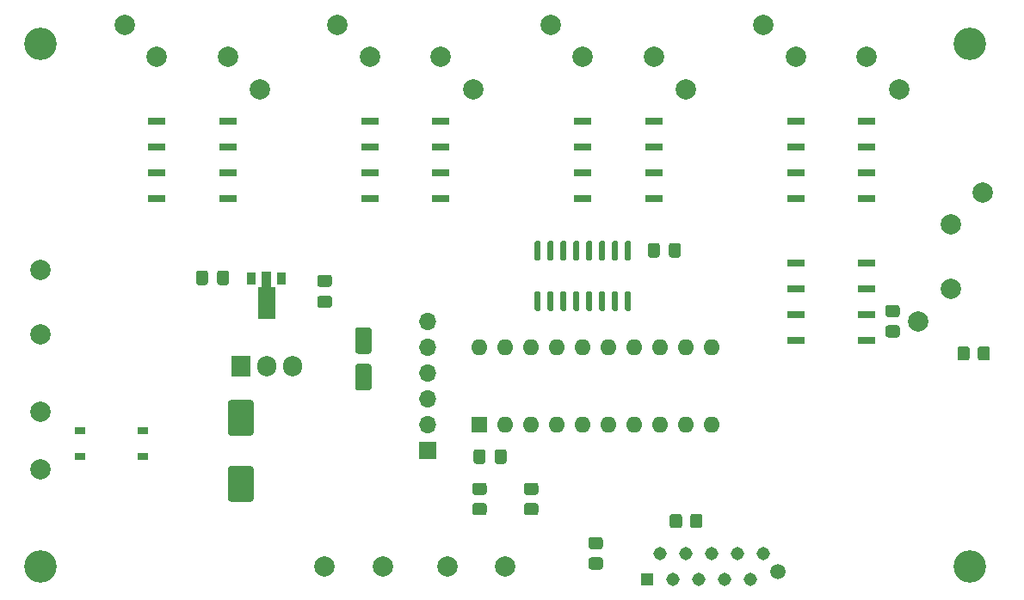
<source format=gbr>
G04 #@! TF.GenerationSoftware,KiCad,Pcbnew,(5.1.7-0-10_14)*
G04 #@! TF.CreationDate,2020-11-10T14:54:09+01:00*
G04 #@! TF.ProjectId,input-sel-v1,696e7075-742d-4736-956c-2d76312e6b69,rev?*
G04 #@! TF.SameCoordinates,Original*
G04 #@! TF.FileFunction,Soldermask,Top*
G04 #@! TF.FilePolarity,Negative*
%FSLAX46Y46*%
G04 Gerber Fmt 4.6, Leading zero omitted, Abs format (unit mm)*
G04 Created by KiCad (PCBNEW (5.1.7-0-10_14)) date 2020-11-10 14:54:09*
%MOMM*%
%LPD*%
G01*
G04 APERTURE LIST*
%ADD10O,1.600000X1.600000*%
%ADD11R,1.600000X1.600000*%
%ADD12C,0.100000*%
%ADD13R,0.900000X1.300000*%
%ADD14O,1.905000X2.000000*%
%ADD15R,1.905000X2.000000*%
%ADD16R,1.800000X0.800000*%
%ADD17C,2.000000*%
%ADD18O,1.700000X1.700000*%
%ADD19R,1.700000X1.700000*%
%ADD20C,1.500000*%
%ADD21C,1.308000*%
%ADD22R,1.308000X1.308000*%
%ADD23C,3.200000*%
%ADD24R,1.000000X0.800000*%
G04 APERTURE END LIST*
G36*
G01*
X167790000Y-74065000D02*
X167490000Y-74065000D01*
G75*
G02*
X167340000Y-73915000I0J150000D01*
G01*
X167340000Y-72265000D01*
G75*
G02*
X167490000Y-72115000I150000J0D01*
G01*
X167790000Y-72115000D01*
G75*
G02*
X167940000Y-72265000I0J-150000D01*
G01*
X167940000Y-73915000D01*
G75*
G02*
X167790000Y-74065000I-150000J0D01*
G01*
G37*
G36*
G01*
X169060000Y-74065000D02*
X168760000Y-74065000D01*
G75*
G02*
X168610000Y-73915000I0J150000D01*
G01*
X168610000Y-72265000D01*
G75*
G02*
X168760000Y-72115000I150000J0D01*
G01*
X169060000Y-72115000D01*
G75*
G02*
X169210000Y-72265000I0J-150000D01*
G01*
X169210000Y-73915000D01*
G75*
G02*
X169060000Y-74065000I-150000J0D01*
G01*
G37*
G36*
G01*
X170330000Y-74065000D02*
X170030000Y-74065000D01*
G75*
G02*
X169880000Y-73915000I0J150000D01*
G01*
X169880000Y-72265000D01*
G75*
G02*
X170030000Y-72115000I150000J0D01*
G01*
X170330000Y-72115000D01*
G75*
G02*
X170480000Y-72265000I0J-150000D01*
G01*
X170480000Y-73915000D01*
G75*
G02*
X170330000Y-74065000I-150000J0D01*
G01*
G37*
G36*
G01*
X171600000Y-74065000D02*
X171300000Y-74065000D01*
G75*
G02*
X171150000Y-73915000I0J150000D01*
G01*
X171150000Y-72265000D01*
G75*
G02*
X171300000Y-72115000I150000J0D01*
G01*
X171600000Y-72115000D01*
G75*
G02*
X171750000Y-72265000I0J-150000D01*
G01*
X171750000Y-73915000D01*
G75*
G02*
X171600000Y-74065000I-150000J0D01*
G01*
G37*
G36*
G01*
X172870000Y-74065000D02*
X172570000Y-74065000D01*
G75*
G02*
X172420000Y-73915000I0J150000D01*
G01*
X172420000Y-72265000D01*
G75*
G02*
X172570000Y-72115000I150000J0D01*
G01*
X172870000Y-72115000D01*
G75*
G02*
X173020000Y-72265000I0J-150000D01*
G01*
X173020000Y-73915000D01*
G75*
G02*
X172870000Y-74065000I-150000J0D01*
G01*
G37*
G36*
G01*
X174140000Y-74065000D02*
X173840000Y-74065000D01*
G75*
G02*
X173690000Y-73915000I0J150000D01*
G01*
X173690000Y-72265000D01*
G75*
G02*
X173840000Y-72115000I150000J0D01*
G01*
X174140000Y-72115000D01*
G75*
G02*
X174290000Y-72265000I0J-150000D01*
G01*
X174290000Y-73915000D01*
G75*
G02*
X174140000Y-74065000I-150000J0D01*
G01*
G37*
G36*
G01*
X175410000Y-74065000D02*
X175110000Y-74065000D01*
G75*
G02*
X174960000Y-73915000I0J150000D01*
G01*
X174960000Y-72265000D01*
G75*
G02*
X175110000Y-72115000I150000J0D01*
G01*
X175410000Y-72115000D01*
G75*
G02*
X175560000Y-72265000I0J-150000D01*
G01*
X175560000Y-73915000D01*
G75*
G02*
X175410000Y-74065000I-150000J0D01*
G01*
G37*
G36*
G01*
X176680000Y-74065000D02*
X176380000Y-74065000D01*
G75*
G02*
X176230000Y-73915000I0J150000D01*
G01*
X176230000Y-72265000D01*
G75*
G02*
X176380000Y-72115000I150000J0D01*
G01*
X176680000Y-72115000D01*
G75*
G02*
X176830000Y-72265000I0J-150000D01*
G01*
X176830000Y-73915000D01*
G75*
G02*
X176680000Y-74065000I-150000J0D01*
G01*
G37*
G36*
G01*
X176680000Y-79015000D02*
X176380000Y-79015000D01*
G75*
G02*
X176230000Y-78865000I0J150000D01*
G01*
X176230000Y-77215000D01*
G75*
G02*
X176380000Y-77065000I150000J0D01*
G01*
X176680000Y-77065000D01*
G75*
G02*
X176830000Y-77215000I0J-150000D01*
G01*
X176830000Y-78865000D01*
G75*
G02*
X176680000Y-79015000I-150000J0D01*
G01*
G37*
G36*
G01*
X175410000Y-79015000D02*
X175110000Y-79015000D01*
G75*
G02*
X174960000Y-78865000I0J150000D01*
G01*
X174960000Y-77215000D01*
G75*
G02*
X175110000Y-77065000I150000J0D01*
G01*
X175410000Y-77065000D01*
G75*
G02*
X175560000Y-77215000I0J-150000D01*
G01*
X175560000Y-78865000D01*
G75*
G02*
X175410000Y-79015000I-150000J0D01*
G01*
G37*
G36*
G01*
X174140000Y-79015000D02*
X173840000Y-79015000D01*
G75*
G02*
X173690000Y-78865000I0J150000D01*
G01*
X173690000Y-77215000D01*
G75*
G02*
X173840000Y-77065000I150000J0D01*
G01*
X174140000Y-77065000D01*
G75*
G02*
X174290000Y-77215000I0J-150000D01*
G01*
X174290000Y-78865000D01*
G75*
G02*
X174140000Y-79015000I-150000J0D01*
G01*
G37*
G36*
G01*
X172870000Y-79015000D02*
X172570000Y-79015000D01*
G75*
G02*
X172420000Y-78865000I0J150000D01*
G01*
X172420000Y-77215000D01*
G75*
G02*
X172570000Y-77065000I150000J0D01*
G01*
X172870000Y-77065000D01*
G75*
G02*
X173020000Y-77215000I0J-150000D01*
G01*
X173020000Y-78865000D01*
G75*
G02*
X172870000Y-79015000I-150000J0D01*
G01*
G37*
G36*
G01*
X171600000Y-79015000D02*
X171300000Y-79015000D01*
G75*
G02*
X171150000Y-78865000I0J150000D01*
G01*
X171150000Y-77215000D01*
G75*
G02*
X171300000Y-77065000I150000J0D01*
G01*
X171600000Y-77065000D01*
G75*
G02*
X171750000Y-77215000I0J-150000D01*
G01*
X171750000Y-78865000D01*
G75*
G02*
X171600000Y-79015000I-150000J0D01*
G01*
G37*
G36*
G01*
X170330000Y-79015000D02*
X170030000Y-79015000D01*
G75*
G02*
X169880000Y-78865000I0J150000D01*
G01*
X169880000Y-77215000D01*
G75*
G02*
X170030000Y-77065000I150000J0D01*
G01*
X170330000Y-77065000D01*
G75*
G02*
X170480000Y-77215000I0J-150000D01*
G01*
X170480000Y-78865000D01*
G75*
G02*
X170330000Y-79015000I-150000J0D01*
G01*
G37*
G36*
G01*
X169060000Y-79015000D02*
X168760000Y-79015000D01*
G75*
G02*
X168610000Y-78865000I0J150000D01*
G01*
X168610000Y-77215000D01*
G75*
G02*
X168760000Y-77065000I150000J0D01*
G01*
X169060000Y-77065000D01*
G75*
G02*
X169210000Y-77215000I0J-150000D01*
G01*
X169210000Y-78865000D01*
G75*
G02*
X169060000Y-79015000I-150000J0D01*
G01*
G37*
G36*
G01*
X167790000Y-79015000D02*
X167490000Y-79015000D01*
G75*
G02*
X167340000Y-78865000I0J150000D01*
G01*
X167340000Y-77215000D01*
G75*
G02*
X167490000Y-77065000I150000J0D01*
G01*
X167790000Y-77065000D01*
G75*
G02*
X167940000Y-77215000I0J-150000D01*
G01*
X167940000Y-78865000D01*
G75*
G02*
X167790000Y-79015000I-150000J0D01*
G01*
G37*
D10*
X161925000Y-82550000D03*
X184785000Y-90170000D03*
X164465000Y-82550000D03*
X182245000Y-90170000D03*
X167005000Y-82550000D03*
X179705000Y-90170000D03*
X169545000Y-82550000D03*
X177165000Y-90170000D03*
X172085000Y-82550000D03*
X174625000Y-90170000D03*
X174625000Y-82550000D03*
X172085000Y-90170000D03*
X177165000Y-82550000D03*
X169545000Y-90170000D03*
X179705000Y-82550000D03*
X167005000Y-90170000D03*
X182245000Y-82550000D03*
X164465000Y-90170000D03*
X184785000Y-82550000D03*
D11*
X161925000Y-90170000D03*
D12*
G36*
X140103500Y-79770000D02*
G01*
X140103500Y-76645000D01*
X140520000Y-76645000D01*
X140520000Y-75170000D01*
X141420000Y-75170000D01*
X141420000Y-76645000D01*
X141836500Y-76645000D01*
X141836500Y-79770000D01*
X140103500Y-79770000D01*
G37*
D13*
X139470000Y-75820000D03*
X142470000Y-75820000D03*
D14*
X143510000Y-84455000D03*
X140970000Y-84455000D03*
D15*
X138430000Y-84455000D03*
G36*
G01*
X181845000Y-99244999D02*
X181845000Y-100145001D01*
G75*
G02*
X181595001Y-100395000I-249999J0D01*
G01*
X180894999Y-100395000D01*
G75*
G02*
X180645000Y-100145001I0J249999D01*
G01*
X180645000Y-99244999D01*
G75*
G02*
X180894999Y-98995000I249999J0D01*
G01*
X181595001Y-98995000D01*
G75*
G02*
X181845000Y-99244999I0J-249999D01*
G01*
G37*
G36*
G01*
X183845000Y-99244999D02*
X183845000Y-100145001D01*
G75*
G02*
X183595001Y-100395000I-249999J0D01*
G01*
X182894999Y-100395000D01*
G75*
G02*
X182645000Y-100145001I0J249999D01*
G01*
X182645000Y-99244999D01*
G75*
G02*
X182894999Y-98995000I249999J0D01*
G01*
X183595001Y-98995000D01*
G75*
G02*
X183845000Y-99244999I0J-249999D01*
G01*
G37*
G36*
G01*
X173805001Y-102470000D02*
X172904999Y-102470000D01*
G75*
G02*
X172655000Y-102220001I0J249999D01*
G01*
X172655000Y-101519999D01*
G75*
G02*
X172904999Y-101270000I249999J0D01*
G01*
X173805001Y-101270000D01*
G75*
G02*
X174055000Y-101519999I0J-249999D01*
G01*
X174055000Y-102220001D01*
G75*
G02*
X173805001Y-102470000I-249999J0D01*
G01*
G37*
G36*
G01*
X173805001Y-104470000D02*
X172904999Y-104470000D01*
G75*
G02*
X172655000Y-104220001I0J249999D01*
G01*
X172655000Y-103519999D01*
G75*
G02*
X172904999Y-103270000I249999J0D01*
G01*
X173805001Y-103270000D01*
G75*
G02*
X174055000Y-103519999I0J-249999D01*
G01*
X174055000Y-104220001D01*
G75*
G02*
X173805001Y-104470000I-249999J0D01*
G01*
G37*
G36*
G01*
X210150000Y-82734999D02*
X210150000Y-83635001D01*
G75*
G02*
X209900001Y-83885000I-249999J0D01*
G01*
X209199999Y-83885000D01*
G75*
G02*
X208950000Y-83635001I0J249999D01*
G01*
X208950000Y-82734999D01*
G75*
G02*
X209199999Y-82485000I249999J0D01*
G01*
X209900001Y-82485000D01*
G75*
G02*
X210150000Y-82734999I0J-249999D01*
G01*
G37*
G36*
G01*
X212150000Y-82734999D02*
X212150000Y-83635001D01*
G75*
G02*
X211900001Y-83885000I-249999J0D01*
G01*
X211199999Y-83885000D01*
G75*
G02*
X210950000Y-83635001I0J249999D01*
G01*
X210950000Y-82734999D01*
G75*
G02*
X211199999Y-82485000I249999J0D01*
G01*
X211900001Y-82485000D01*
G75*
G02*
X212150000Y-82734999I0J-249999D01*
G01*
G37*
G36*
G01*
X203015001Y-79610000D02*
X202114999Y-79610000D01*
G75*
G02*
X201865000Y-79360001I0J249999D01*
G01*
X201865000Y-78659999D01*
G75*
G02*
X202114999Y-78410000I249999J0D01*
G01*
X203015001Y-78410000D01*
G75*
G02*
X203265000Y-78659999I0J-249999D01*
G01*
X203265000Y-79360001D01*
G75*
G02*
X203015001Y-79610000I-249999J0D01*
G01*
G37*
G36*
G01*
X203015001Y-81610000D02*
X202114999Y-81610000D01*
G75*
G02*
X201865000Y-81360001I0J249999D01*
G01*
X201865000Y-80659999D01*
G75*
G02*
X202114999Y-80410000I249999J0D01*
G01*
X203015001Y-80410000D01*
G75*
G02*
X203265000Y-80659999I0J-249999D01*
G01*
X203265000Y-81360001D01*
G75*
G02*
X203015001Y-81610000I-249999J0D01*
G01*
G37*
G36*
G01*
X161474999Y-97920000D02*
X162375001Y-97920000D01*
G75*
G02*
X162625000Y-98169999I0J-249999D01*
G01*
X162625000Y-98870001D01*
G75*
G02*
X162375001Y-99120000I-249999J0D01*
G01*
X161474999Y-99120000D01*
G75*
G02*
X161225000Y-98870001I0J249999D01*
G01*
X161225000Y-98169999D01*
G75*
G02*
X161474999Y-97920000I249999J0D01*
G01*
G37*
G36*
G01*
X161474999Y-95920000D02*
X162375001Y-95920000D01*
G75*
G02*
X162625000Y-96169999I0J-249999D01*
G01*
X162625000Y-96870001D01*
G75*
G02*
X162375001Y-97120000I-249999J0D01*
G01*
X161474999Y-97120000D01*
G75*
G02*
X161225000Y-96870001I0J249999D01*
G01*
X161225000Y-96169999D01*
G75*
G02*
X161474999Y-95920000I249999J0D01*
G01*
G37*
G36*
G01*
X166554999Y-97920000D02*
X167455001Y-97920000D01*
G75*
G02*
X167705000Y-98169999I0J-249999D01*
G01*
X167705000Y-98870001D01*
G75*
G02*
X167455001Y-99120000I-249999J0D01*
G01*
X166554999Y-99120000D01*
G75*
G02*
X166305000Y-98870001I0J249999D01*
G01*
X166305000Y-98169999D01*
G75*
G02*
X166554999Y-97920000I249999J0D01*
G01*
G37*
G36*
G01*
X166554999Y-95920000D02*
X167455001Y-95920000D01*
G75*
G02*
X167705000Y-96169999I0J-249999D01*
G01*
X167705000Y-96870001D01*
G75*
G02*
X167455001Y-97120000I-249999J0D01*
G01*
X166554999Y-97120000D01*
G75*
G02*
X166305000Y-96870001I0J249999D01*
G01*
X166305000Y-96169999D01*
G75*
G02*
X166554999Y-95920000I249999J0D01*
G01*
G37*
D16*
X200025000Y-67945000D03*
X200025000Y-65405000D03*
X200025000Y-62865000D03*
X200025000Y-60325000D03*
X193025000Y-60325000D03*
X193025000Y-62865000D03*
X193025000Y-65405000D03*
X193025000Y-67945000D03*
X179070000Y-67945000D03*
X179070000Y-65405000D03*
X179070000Y-62865000D03*
X179070000Y-60325000D03*
X172070000Y-60325000D03*
X172070000Y-62865000D03*
X172070000Y-65405000D03*
X172070000Y-67945000D03*
X158115000Y-67945000D03*
X158115000Y-65405000D03*
X158115000Y-62865000D03*
X158115000Y-60325000D03*
X151115000Y-60325000D03*
X151115000Y-62865000D03*
X151115000Y-65405000D03*
X151115000Y-67945000D03*
X137160000Y-67945000D03*
X137160000Y-65405000D03*
X137160000Y-62865000D03*
X137160000Y-60325000D03*
X130160000Y-60325000D03*
X130160000Y-62865000D03*
X130160000Y-65405000D03*
X130160000Y-67945000D03*
X200040000Y-81915000D03*
X200040000Y-79375000D03*
X200040000Y-76835000D03*
X200040000Y-74295000D03*
X193040000Y-74295000D03*
X193040000Y-76835000D03*
X193040000Y-79375000D03*
X193040000Y-81915000D03*
D17*
X189865000Y-50800000D03*
X193040000Y-53975000D03*
X203200000Y-57150000D03*
X200025000Y-53975000D03*
X168910000Y-50800000D03*
X172085000Y-53975000D03*
X182245000Y-57150000D03*
X179070000Y-53975000D03*
X147955000Y-50800000D03*
X151130000Y-53975000D03*
X161290000Y-57150000D03*
X158115000Y-53975000D03*
X127000000Y-50800000D03*
X130175000Y-53975000D03*
X140335000Y-57150000D03*
X137160000Y-53975000D03*
X211455000Y-67310000D03*
X208280000Y-70485000D03*
X205105000Y-80010000D03*
X208280000Y-76835000D03*
D18*
X156845000Y-80010000D03*
X156845000Y-82550000D03*
X156845000Y-85090000D03*
X156845000Y-87630000D03*
X156845000Y-90170000D03*
D19*
X156845000Y-92710000D03*
D20*
X191265000Y-104670000D03*
D21*
X189865000Y-102870000D03*
X188595000Y-105410000D03*
X187325000Y-102870000D03*
X186055000Y-105410000D03*
X184785000Y-102870000D03*
X183515000Y-105410000D03*
X182245000Y-102870000D03*
X180975000Y-105410000D03*
X179705000Y-102870000D03*
D22*
X178435000Y-105410000D03*
D17*
X118745000Y-88900000D03*
X118745000Y-94615000D03*
X118745000Y-74930000D03*
X118745000Y-81280000D03*
X146685000Y-104140000D03*
X152400000Y-104140000D03*
X158750000Y-104140000D03*
X164465000Y-104140000D03*
D23*
X118745000Y-104140000D03*
X210185000Y-104140000D03*
X210185000Y-52705000D03*
X118745000Y-52705000D03*
D24*
X128805000Y-90805000D03*
X128805000Y-93345000D03*
X122655000Y-93345000D03*
X122655000Y-90805000D03*
G36*
G01*
X163412500Y-93820000D02*
X163412500Y-92870000D01*
G75*
G02*
X163662500Y-92620000I250000J0D01*
G01*
X164337500Y-92620000D01*
G75*
G02*
X164587500Y-92870000I0J-250000D01*
G01*
X164587500Y-93820000D01*
G75*
G02*
X164337500Y-94070000I-250000J0D01*
G01*
X163662500Y-94070000D01*
G75*
G02*
X163412500Y-93820000I0J250000D01*
G01*
G37*
G36*
G01*
X161337500Y-93820000D02*
X161337500Y-92870000D01*
G75*
G02*
X161587500Y-92620000I250000J0D01*
G01*
X162262500Y-92620000D01*
G75*
G02*
X162512500Y-92870000I0J-250000D01*
G01*
X162512500Y-93820000D01*
G75*
G02*
X162262500Y-94070000I-250000J0D01*
G01*
X161587500Y-94070000D01*
G75*
G02*
X161337500Y-93820000I0J250000D01*
G01*
G37*
G36*
G01*
X179657500Y-72550000D02*
X179657500Y-73500000D01*
G75*
G02*
X179407500Y-73750000I-250000J0D01*
G01*
X178732500Y-73750000D01*
G75*
G02*
X178482500Y-73500000I0J250000D01*
G01*
X178482500Y-72550000D01*
G75*
G02*
X178732500Y-72300000I250000J0D01*
G01*
X179407500Y-72300000D01*
G75*
G02*
X179657500Y-72550000I0J-250000D01*
G01*
G37*
G36*
G01*
X181732500Y-72550000D02*
X181732500Y-73500000D01*
G75*
G02*
X181482500Y-73750000I-250000J0D01*
G01*
X180807500Y-73750000D01*
G75*
G02*
X180557500Y-73500000I0J250000D01*
G01*
X180557500Y-72550000D01*
G75*
G02*
X180807500Y-72300000I250000J0D01*
G01*
X181482500Y-72300000D01*
G75*
G02*
X181732500Y-72550000I0J-250000D01*
G01*
G37*
G36*
G01*
X149945000Y-84215000D02*
X151045000Y-84215000D01*
G75*
G02*
X151295000Y-84465000I0J-250000D01*
G01*
X151295000Y-86565000D01*
G75*
G02*
X151045000Y-86815000I-250000J0D01*
G01*
X149945000Y-86815000D01*
G75*
G02*
X149695000Y-86565000I0J250000D01*
G01*
X149695000Y-84465000D01*
G75*
G02*
X149945000Y-84215000I250000J0D01*
G01*
G37*
G36*
G01*
X149945000Y-80615000D02*
X151045000Y-80615000D01*
G75*
G02*
X151295000Y-80865000I0J-250000D01*
G01*
X151295000Y-82965000D01*
G75*
G02*
X151045000Y-83215000I-250000J0D01*
G01*
X149945000Y-83215000D01*
G75*
G02*
X149695000Y-82965000I0J250000D01*
G01*
X149695000Y-80865000D01*
G75*
G02*
X149945000Y-80615000I250000J0D01*
G01*
G37*
G36*
G01*
X146210000Y-77517500D02*
X147160000Y-77517500D01*
G75*
G02*
X147410000Y-77767500I0J-250000D01*
G01*
X147410000Y-78442500D01*
G75*
G02*
X147160000Y-78692500I-250000J0D01*
G01*
X146210000Y-78692500D01*
G75*
G02*
X145960000Y-78442500I0J250000D01*
G01*
X145960000Y-77767500D01*
G75*
G02*
X146210000Y-77517500I250000J0D01*
G01*
G37*
G36*
G01*
X146210000Y-75442500D02*
X147160000Y-75442500D01*
G75*
G02*
X147410000Y-75692500I0J-250000D01*
G01*
X147410000Y-76367500D01*
G75*
G02*
X147160000Y-76617500I-250000J0D01*
G01*
X146210000Y-76617500D01*
G75*
G02*
X145960000Y-76367500I0J250000D01*
G01*
X145960000Y-75692500D01*
G75*
G02*
X146210000Y-75442500I250000J0D01*
G01*
G37*
G36*
G01*
X135207500Y-75260000D02*
X135207500Y-76210000D01*
G75*
G02*
X134957500Y-76460000I-250000J0D01*
G01*
X134282500Y-76460000D01*
G75*
G02*
X134032500Y-76210000I0J250000D01*
G01*
X134032500Y-75260000D01*
G75*
G02*
X134282500Y-75010000I250000J0D01*
G01*
X134957500Y-75010000D01*
G75*
G02*
X135207500Y-75260000I0J-250000D01*
G01*
G37*
G36*
G01*
X137282500Y-75260000D02*
X137282500Y-76210000D01*
G75*
G02*
X137032500Y-76460000I-250000J0D01*
G01*
X136357500Y-76460000D01*
G75*
G02*
X136107500Y-76210000I0J250000D01*
G01*
X136107500Y-75260000D01*
G75*
G02*
X136357500Y-75010000I250000J0D01*
G01*
X137032500Y-75010000D01*
G75*
G02*
X137282500Y-75260000I0J-250000D01*
G01*
G37*
G36*
G01*
X137430000Y-94285000D02*
X139430000Y-94285000D01*
G75*
G02*
X139680000Y-94535000I0J-250000D01*
G01*
X139680000Y-97535000D01*
G75*
G02*
X139430000Y-97785000I-250000J0D01*
G01*
X137430000Y-97785000D01*
G75*
G02*
X137180000Y-97535000I0J250000D01*
G01*
X137180000Y-94535000D01*
G75*
G02*
X137430000Y-94285000I250000J0D01*
G01*
G37*
G36*
G01*
X137430000Y-87785000D02*
X139430000Y-87785000D01*
G75*
G02*
X139680000Y-88035000I0J-250000D01*
G01*
X139680000Y-91035000D01*
G75*
G02*
X139430000Y-91285000I-250000J0D01*
G01*
X137430000Y-91285000D01*
G75*
G02*
X137180000Y-91035000I0J250000D01*
G01*
X137180000Y-88035000D01*
G75*
G02*
X137430000Y-87785000I250000J0D01*
G01*
G37*
M02*

</source>
